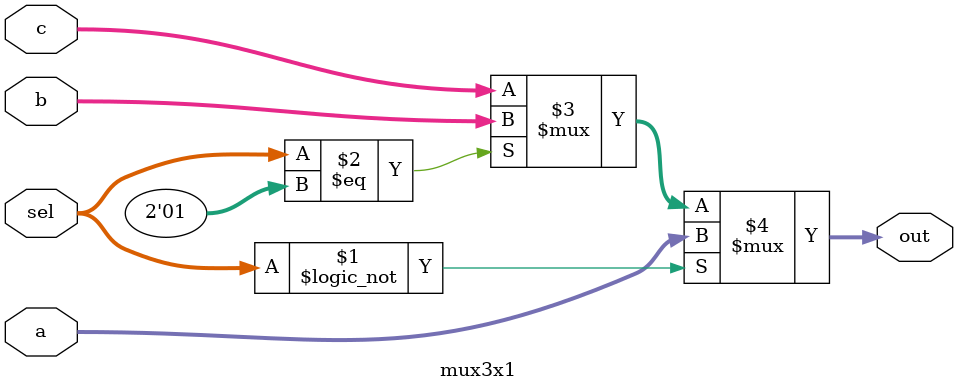
<source format=v>
module mux3x1(
    input wire [15:0] a,       // First input (16-bit)
    input wire [15:0] b,       // Second input (16-bit)
    input wire [15:0] c,       // Third input (16-bit)
    input wire [1:0] sel,      // 2-bit select signal
    output wire [15:0] out     // Output (16-bit)
);

assign out = (sel == 2'b00) ? a :  // If sel is 00, select 'a'
             (sel == 2'b01) ? b :  // If sel is 01, select 'b'
             c;                     // If sel is 10 or 11, select 'c'

endmodule

</source>
